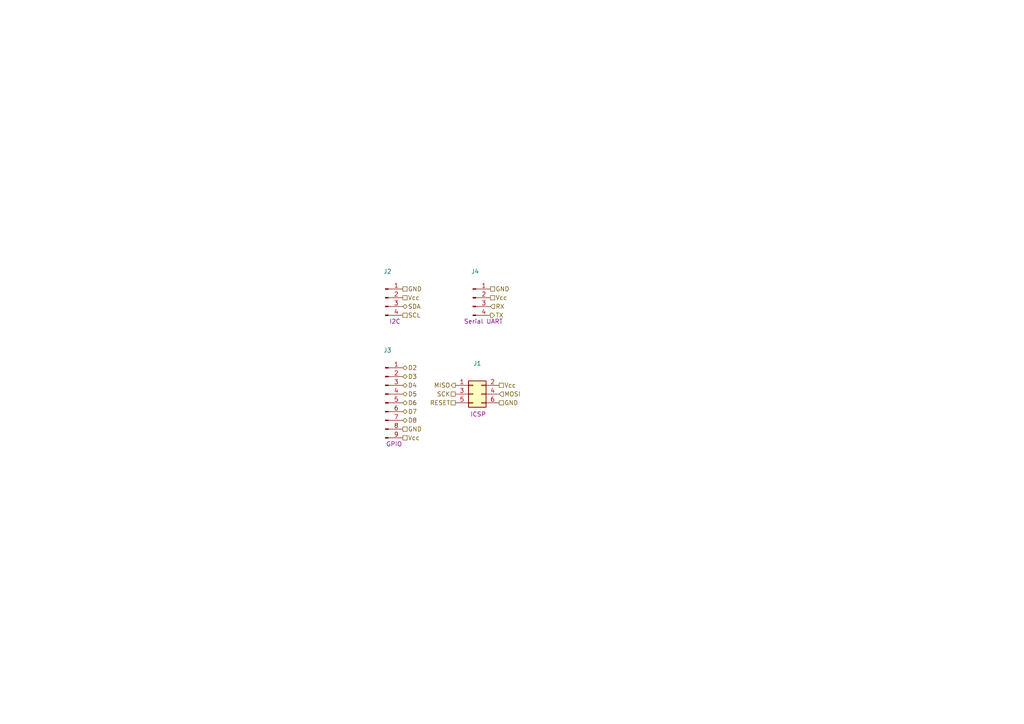
<source format=kicad_sch>
(kicad_sch (version 20250114) (generator "eeschema") (generator_version "9.0")
  (paper "A4")
  (lib_symbols
    (symbol "Connector:Conn_01x04_Pin" (pin_names (offset 1.016) (hide yes))
      (property "Reference" "J" (at 0 5.08 0))
      (property "Value" "Conn_01x04_Pin" (at 0 -7.62 0))
      (symbol "Conn_01x04_Pin_1_1"
        (rectangle (start 0.8636 2.667) (end 0 2.413) (stroke (width 0.1524)) (fill (type outline)))
        (rectangle (start 0.8636 0.127) (end 0 -0.127) (stroke (width 0.1524)) (fill (type outline)))
        (rectangle (start 0.8636 -2.413) (end 0 -2.667) (stroke (width 0.1524)) (fill (type outline)))
        (rectangle (start 0.8636 -4.953) (end 0 -5.207) (stroke (width 0.1524)) (fill (type outline)))
        (polyline (pts (xy 1.27 2.54) (xy 0.8636 2.54)) (stroke (width 0.1524)))
        (polyline (pts (xy 1.27 0) (xy 0.8636 0)) (stroke (width 0.1524)))
        (polyline (pts (xy 1.27 -2.54) (xy 0.8636 -2.54)) (stroke (width 0.1524)))
        (polyline (pts (xy 1.27 -5.08) (xy 0.8636 -5.08)) (stroke (width 0.1524)))
        (pin passive line (at 5.08 2.54 180) (length 3.81) (name "Pin_1") (number "1"))
        (pin passive line (at 5.08 0 180) (length 3.81) (name "Pin_2") (number "2"))
        (pin passive line (at 5.08 -2.54 180) (length 3.81) (name "Pin_3") (number "3"))
        (pin passive line (at 5.08 -5.08 180) (length 3.81) (name "Pin_4") (number "4"))
      )
    )
    (symbol "Connector:Conn_01x09_Pin" (pin_names (offset 1.016) (hide yes))
      (property "Reference" "J" (at 0 12.7 0))
      (property "Value" "Conn_01x09_Pin" (at 0 -12.7 0))
      (symbol "Conn_01x09_Pin_1_1"
        (rectangle (start 0.8636 10.287) (end 0 10.033) (stroke (width 0.1524)) (fill (type outline)))
        (rectangle (start 0.8636 7.747) (end 0 7.493) (stroke (width 0.1524)) (fill (type outline)))
        (rectangle (start 0.8636 5.207) (end 0 4.953) (stroke (width 0.1524)) (fill (type outline)))
        (rectangle (start 0.8636 2.667) (end 0 2.413) (stroke (width 0.1524)) (fill (type outline)))
        (rectangle (start 0.8636 0.127) (end 0 -0.127) (stroke (width 0.1524)) (fill (type outline)))
        (rectangle (start 0.8636 -2.413) (end 0 -2.667) (stroke (width 0.1524)) (fill (type outline)))
        (rectangle (start 0.8636 -4.953) (end 0 -5.207) (stroke (width 0.1524)) (fill (type outline)))
        (rectangle (start 0.8636 -7.493) (end 0 -7.747) (stroke (width 0.1524)) (fill (type outline)))
        (rectangle (start 0.8636 -10.033) (end 0 -10.287) (stroke (width 0.1524)) (fill (type outline)))
        (polyline (pts (xy 1.27 10.16) (xy 0.8636 10.16)) (stroke (width 0.1524)))
        (polyline (pts (xy 1.27 7.62) (xy 0.8636 7.62)) (stroke (width 0.1524)))
        (polyline (pts (xy 1.27 5.08) (xy 0.8636 5.08)) (stroke (width 0.1524)))
        (polyline (pts (xy 1.27 2.54) (xy 0.8636 2.54)) (stroke (width 0.1524)))
        (polyline (pts (xy 1.27 0) (xy 0.8636 0)) (stroke (width 0.1524)))
        (polyline (pts (xy 1.27 -2.54) (xy 0.8636 -2.54)) (stroke (width 0.1524)))
        (polyline (pts (xy 1.27 -5.08) (xy 0.8636 -5.08)) (stroke (width 0.1524)))
        (polyline (pts (xy 1.27 -7.62) (xy 0.8636 -7.62)) (stroke (width 0.1524)))
        (polyline (pts (xy 1.27 -10.16) (xy 0.8636 -10.16)) (stroke (width 0.1524)))
        (pin passive line (at 5.08 10.16 180) (length 3.81) (name "Pin_1") (number "1"))
        (pin passive line (at 5.08 7.62 180) (length 3.81) (name "Pin_2") (number "2"))
        (pin passive line (at 5.08 5.08 180) (length 3.81) (name "Pin_3") (number "3"))
        (pin passive line (at 5.08 2.54 180) (length 3.81) (name "Pin_4") (number "4"))
        (pin passive line (at 5.08 0 180) (length 3.81) (name "Pin_5") (number "5"))
        (pin passive line (at 5.08 -2.54 180) (length 3.81) (name "Pin_6") (number "6"))
        (pin passive line (at 5.08 -5.08 180) (length 3.81) (name "Pin_7") (number "7"))
        (pin passive line (at 5.08 -7.62 180) (length 3.81) (name "Pin_8") (number "8"))
        (pin passive line (at 5.08 -10.16 180) (length 3.81) (name "Pin_9") (number "9"))
      )
    )
    (symbol "Connector_Generic:Conn_02x03_Odd_Even" (pin_names (offset 1.016) (hide yes))
      (property "Reference" "J" (at 1.27 5.08 0))
      (property "Value" "Conn_02x03_Odd_Even" (at 1.27 -5.08 0))
      (symbol "Conn_02x03_Odd_Even_1_1"
        (rectangle (start -1.27 3.81) (end 3.81 -3.81) (stroke (width 0.254)) (fill (type background)))
        (rectangle (start -1.27 2.667) (end 0 2.413) (stroke (width 0.1524)))
        (rectangle (start -1.27 0.127) (end 0 -0.127) (stroke (width 0.1524)))
        (rectangle (start -1.27 -2.413) (end 0 -2.667) (stroke (width 0.1524)))
        (rectangle (start 3.81 2.667) (end 2.54 2.413) (stroke (width 0.1524)))
        (rectangle (start 3.81 0.127) (end 2.54 -0.127) (stroke (width 0.1524)))
        (rectangle (start 3.81 -2.413) (end 2.54 -2.667) (stroke (width 0.1524)))
        (pin passive line (at -5.08 2.54 0) (length 3.81) (name "Pin_1") (number "1"))
        (pin passive line (at -5.08 0 0) (length 3.81) (name "Pin_3") (number "3"))
        (pin passive line (at -5.08 -2.54 0) (length 3.81) (name "Pin_5") (number "5"))
        (pin passive line (at 7.62 2.54 180) (length 3.81) (name "Pin_2") (number "2"))
        (pin passive line (at 7.62 0 180) (length 3.81) (name "Pin_4") (number "4"))
        (pin passive line (at 7.62 -2.54 180) (length 3.81) (name "Pin_6") (number "6"))
      )
    )
  )
  (hierarchical_label "SCK" (shape passive) (at 132.08 114.3 180))
  (hierarchical_label "TX" (shape output) (at 142.24 91.44 0))
  (hierarchical_label "D3" (shape bidirectional) (at 116.84 109.22 0))
  (hierarchical_label "D6" (shape bidirectional) (at 116.84 116.84 0))
  (hierarchical_label "GND" (shape passive) (at 116.84 83.82 0))
  (hierarchical_label "D7" (shape bidirectional) (at 116.84 119.38 0))
  (hierarchical_label "Vcc" (shape passive) (at 116.84 127 0))
  (hierarchical_label "GND" (shape passive) (at 142.24 83.82 0))
  (hierarchical_label "RESET" (shape passive) (at 132.08 116.84 180))
  (hierarchical_label "Vcc" (shape passive) (at 142.24 86.36 0))
  (hierarchical_label "D2" (shape bidirectional) (at 116.84 106.68 0))
  (hierarchical_label "D8" (shape bidirectional) (at 116.84 121.92 0))
  (hierarchical_label "SCL" (shape passive) (at 116.84 91.44 0))
  (hierarchical_label "RX" (shape input) (at 142.24 88.9 0))
  (hierarchical_label "Vcc" (shape passive) (at 144.78 111.76 0))
  (hierarchical_label "MOSI" (shape input) (at 144.78 114.3 0))
  (hierarchical_label "GND" (shape passive) (at 144.78 116.84 0))
  (hierarchical_label "D4" (shape bidirectional) (at 116.84 111.76 0))
  (hierarchical_label "D5" (shape bidirectional) (at 116.84 114.3 0))
  (hierarchical_label "Vcc" (shape passive) (at 116.84 86.36 0))
  (hierarchical_label "MISO" (shape output) (at 132.08 111.76 180))
  (hierarchical_label "GND" (shape passive) (at 116.84 124.46 0))
  (hierarchical_label "SDA" (shape bidirectional) (at 116.84 88.9 0))
  (symbol (lib_id "Connector:Conn_01x09_Pin") (at 111.76 116.84 0) (unit 1)
    (property "Reference" "J3" (at 112.395 101.6 0))
    (property "Value" "Conn_01x09_Pin" (effects (hide yes)))
    (property "Footprint" "Connector_PinHeader_2.54mm:PinHeader_1x09_P2.54mm_Vertical" (effects (hide yes)))
    (property "Description" "Generic connector, single row, 01x09, script generated" (effects (hide yes)))
    (property "Purpose" "GPIO" (at 114.3 128.778 0))
  )
  (symbol (lib_id "Connector:Conn_01x04_Pin") (at 111.76 86.36 0) (unit 1)
    (property "Reference" "J2" (at 112.395 78.74 0))
    (property "Value" "Conn_01x04_Pin" (effects (hide yes)))
    (property "Footprint" "Connector_PinHeader_2.54mm:PinHeader_1x04_P2.54mm_Vertical" (effects (hide yes)))
    (property "Description" "Generic connector, single row, 01x04, script generated" (effects (hide yes)))
    (property "Purpose" "I2C" (at 114.554 93.218 0))
  )
  (symbol (lib_id "Connector_Generic:Conn_02x03_Odd_Even") (at 137.16 114.3 0) (unit 1)
    (property "Reference" "J1" (at 138.43 105.41 0))
    (property "Value" "Conn_02x03_Odd_Even" (effects (hide yes)))
    (property "Footprint" "Connector_PinHeader_2.54mm:PinHeader_2x03_P2.54mm_Vertical" (effects (hide yes)))
    (property "Description" "Generic connector, double row, 02x03, odd/even pin numbering scheme (row 1 odd numbers, row 2 even numbers), script generated (kicad-library-utils/schlib/autogen/connector/)" (effects (hide yes)))
    (property "Purpose" "ICSP" (at 138.684 120.142 0))
  )
  (symbol (lib_id "Connector:Conn_01x04_Pin") (at 137.16 86.36 0) (unit 1)
    (property "Reference" "J4" (at 137.795 78.74 0))
    (property "Value" "Conn_01x04_Pin" (effects (hide yes)))
    (property "Footprint" "Connector_PinHeader_2.54mm:PinHeader_1x04_P2.54mm_Vertical" (effects (hide yes)))
    (property "Description" "Generic connector, single row, 01x04, script generated" (effects (hide yes)))
    (property "Purpose" "Serial UART" (at 140.208 93.218 0))
  )
)
</source>
